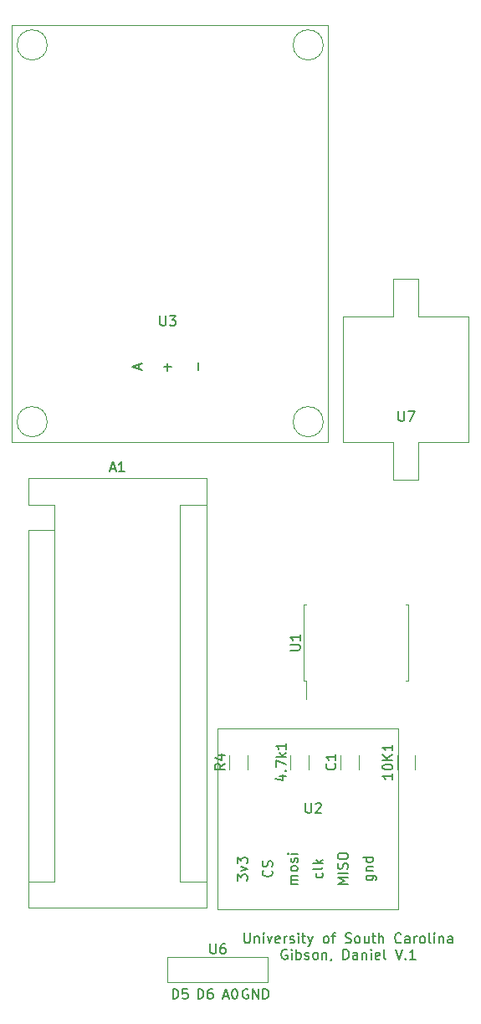
<source format=gbr>
%TF.GenerationSoftware,KiCad,Pcbnew,(5.1.10)-1*%
%TF.CreationDate,2021-09-08T13:12:46-04:00*%
%TF.ProjectId,Water_sensor,57617465-725f-4736-956e-736f722e6b69,rev?*%
%TF.SameCoordinates,Original*%
%TF.FileFunction,Legend,Top*%
%TF.FilePolarity,Positive*%
%FSLAX46Y46*%
G04 Gerber Fmt 4.6, Leading zero omitted, Abs format (unit mm)*
G04 Created by KiCad (PCBNEW (5.1.10)-1) date 2021-09-08 13:12:46*
%MOMM*%
%LPD*%
G01*
G04 APERTURE LIST*
%ADD10C,0.150000*%
%ADD11C,0.120000*%
G04 APERTURE END LIST*
D10*
X130954190Y-160171380D02*
X130954190Y-160980904D01*
X131001809Y-161076142D01*
X131049428Y-161123761D01*
X131144666Y-161171380D01*
X131335142Y-161171380D01*
X131430380Y-161123761D01*
X131478000Y-161076142D01*
X131525619Y-160980904D01*
X131525619Y-160171380D01*
X132001809Y-160504714D02*
X132001809Y-161171380D01*
X132001809Y-160599952D02*
X132049428Y-160552333D01*
X132144666Y-160504714D01*
X132287523Y-160504714D01*
X132382761Y-160552333D01*
X132430380Y-160647571D01*
X132430380Y-161171380D01*
X132906571Y-161171380D02*
X132906571Y-160504714D01*
X132906571Y-160171380D02*
X132858952Y-160219000D01*
X132906571Y-160266619D01*
X132954190Y-160219000D01*
X132906571Y-160171380D01*
X132906571Y-160266619D01*
X133287523Y-160504714D02*
X133525619Y-161171380D01*
X133763714Y-160504714D01*
X134525619Y-161123761D02*
X134430380Y-161171380D01*
X134239904Y-161171380D01*
X134144666Y-161123761D01*
X134097047Y-161028523D01*
X134097047Y-160647571D01*
X134144666Y-160552333D01*
X134239904Y-160504714D01*
X134430380Y-160504714D01*
X134525619Y-160552333D01*
X134573238Y-160647571D01*
X134573238Y-160742809D01*
X134097047Y-160838047D01*
X135001809Y-161171380D02*
X135001809Y-160504714D01*
X135001809Y-160695190D02*
X135049428Y-160599952D01*
X135097047Y-160552333D01*
X135192285Y-160504714D01*
X135287523Y-160504714D01*
X135573238Y-161123761D02*
X135668476Y-161171380D01*
X135858952Y-161171380D01*
X135954190Y-161123761D01*
X136001809Y-161028523D01*
X136001809Y-160980904D01*
X135954190Y-160885666D01*
X135858952Y-160838047D01*
X135716095Y-160838047D01*
X135620857Y-160790428D01*
X135573238Y-160695190D01*
X135573238Y-160647571D01*
X135620857Y-160552333D01*
X135716095Y-160504714D01*
X135858952Y-160504714D01*
X135954190Y-160552333D01*
X136430380Y-161171380D02*
X136430380Y-160504714D01*
X136430380Y-160171380D02*
X136382761Y-160219000D01*
X136430380Y-160266619D01*
X136478000Y-160219000D01*
X136430380Y-160171380D01*
X136430380Y-160266619D01*
X136763714Y-160504714D02*
X137144666Y-160504714D01*
X136906571Y-160171380D02*
X136906571Y-161028523D01*
X136954190Y-161123761D01*
X137049428Y-161171380D01*
X137144666Y-161171380D01*
X137382761Y-160504714D02*
X137620857Y-161171380D01*
X137858952Y-160504714D02*
X137620857Y-161171380D01*
X137525619Y-161409476D01*
X137478000Y-161457095D01*
X137382761Y-161504714D01*
X139144666Y-161171380D02*
X139049428Y-161123761D01*
X139001809Y-161076142D01*
X138954190Y-160980904D01*
X138954190Y-160695190D01*
X139001809Y-160599952D01*
X139049428Y-160552333D01*
X139144666Y-160504714D01*
X139287523Y-160504714D01*
X139382761Y-160552333D01*
X139430380Y-160599952D01*
X139478000Y-160695190D01*
X139478000Y-160980904D01*
X139430380Y-161076142D01*
X139382761Y-161123761D01*
X139287523Y-161171380D01*
X139144666Y-161171380D01*
X139763714Y-160504714D02*
X140144666Y-160504714D01*
X139906571Y-161171380D02*
X139906571Y-160314238D01*
X139954190Y-160219000D01*
X140049428Y-160171380D01*
X140144666Y-160171380D01*
X141192285Y-161123761D02*
X141335142Y-161171380D01*
X141573238Y-161171380D01*
X141668476Y-161123761D01*
X141716095Y-161076142D01*
X141763714Y-160980904D01*
X141763714Y-160885666D01*
X141716095Y-160790428D01*
X141668476Y-160742809D01*
X141573238Y-160695190D01*
X141382761Y-160647571D01*
X141287523Y-160599952D01*
X141239904Y-160552333D01*
X141192285Y-160457095D01*
X141192285Y-160361857D01*
X141239904Y-160266619D01*
X141287523Y-160219000D01*
X141382761Y-160171380D01*
X141620857Y-160171380D01*
X141763714Y-160219000D01*
X142335142Y-161171380D02*
X142239904Y-161123761D01*
X142192285Y-161076142D01*
X142144666Y-160980904D01*
X142144666Y-160695190D01*
X142192285Y-160599952D01*
X142239904Y-160552333D01*
X142335142Y-160504714D01*
X142478000Y-160504714D01*
X142573238Y-160552333D01*
X142620857Y-160599952D01*
X142668476Y-160695190D01*
X142668476Y-160980904D01*
X142620857Y-161076142D01*
X142573238Y-161123761D01*
X142478000Y-161171380D01*
X142335142Y-161171380D01*
X143525619Y-160504714D02*
X143525619Y-161171380D01*
X143097047Y-160504714D02*
X143097047Y-161028523D01*
X143144666Y-161123761D01*
X143239904Y-161171380D01*
X143382761Y-161171380D01*
X143478000Y-161123761D01*
X143525619Y-161076142D01*
X143858952Y-160504714D02*
X144239904Y-160504714D01*
X144001809Y-160171380D02*
X144001809Y-161028523D01*
X144049428Y-161123761D01*
X144144666Y-161171380D01*
X144239904Y-161171380D01*
X144573238Y-161171380D02*
X144573238Y-160171380D01*
X145001809Y-161171380D02*
X145001809Y-160647571D01*
X144954190Y-160552333D01*
X144858952Y-160504714D01*
X144716095Y-160504714D01*
X144620857Y-160552333D01*
X144573238Y-160599952D01*
X146811333Y-161076142D02*
X146763714Y-161123761D01*
X146620857Y-161171380D01*
X146525619Y-161171380D01*
X146382761Y-161123761D01*
X146287523Y-161028523D01*
X146239904Y-160933285D01*
X146192285Y-160742809D01*
X146192285Y-160599952D01*
X146239904Y-160409476D01*
X146287523Y-160314238D01*
X146382761Y-160219000D01*
X146525619Y-160171380D01*
X146620857Y-160171380D01*
X146763714Y-160219000D01*
X146811333Y-160266619D01*
X147668476Y-161171380D02*
X147668476Y-160647571D01*
X147620857Y-160552333D01*
X147525619Y-160504714D01*
X147335142Y-160504714D01*
X147239904Y-160552333D01*
X147668476Y-161123761D02*
X147573238Y-161171380D01*
X147335142Y-161171380D01*
X147239904Y-161123761D01*
X147192285Y-161028523D01*
X147192285Y-160933285D01*
X147239904Y-160838047D01*
X147335142Y-160790428D01*
X147573238Y-160790428D01*
X147668476Y-160742809D01*
X148144666Y-161171380D02*
X148144666Y-160504714D01*
X148144666Y-160695190D02*
X148192285Y-160599952D01*
X148239904Y-160552333D01*
X148335142Y-160504714D01*
X148430380Y-160504714D01*
X148906571Y-161171380D02*
X148811333Y-161123761D01*
X148763714Y-161076142D01*
X148716095Y-160980904D01*
X148716095Y-160695190D01*
X148763714Y-160599952D01*
X148811333Y-160552333D01*
X148906571Y-160504714D01*
X149049428Y-160504714D01*
X149144666Y-160552333D01*
X149192285Y-160599952D01*
X149239904Y-160695190D01*
X149239904Y-160980904D01*
X149192285Y-161076142D01*
X149144666Y-161123761D01*
X149049428Y-161171380D01*
X148906571Y-161171380D01*
X149811333Y-161171380D02*
X149716095Y-161123761D01*
X149668476Y-161028523D01*
X149668476Y-160171380D01*
X150192285Y-161171380D02*
X150192285Y-160504714D01*
X150192285Y-160171380D02*
X150144666Y-160219000D01*
X150192285Y-160266619D01*
X150239904Y-160219000D01*
X150192285Y-160171380D01*
X150192285Y-160266619D01*
X150668476Y-160504714D02*
X150668476Y-161171380D01*
X150668476Y-160599952D02*
X150716095Y-160552333D01*
X150811333Y-160504714D01*
X150954190Y-160504714D01*
X151049428Y-160552333D01*
X151097047Y-160647571D01*
X151097047Y-161171380D01*
X152001809Y-161171380D02*
X152001809Y-160647571D01*
X151954190Y-160552333D01*
X151858952Y-160504714D01*
X151668476Y-160504714D01*
X151573238Y-160552333D01*
X152001809Y-161123761D02*
X151906571Y-161171380D01*
X151668476Y-161171380D01*
X151573238Y-161123761D01*
X151525619Y-161028523D01*
X151525619Y-160933285D01*
X151573238Y-160838047D01*
X151668476Y-160790428D01*
X151906571Y-160790428D01*
X152001809Y-160742809D01*
X135263714Y-161869000D02*
X135168476Y-161821380D01*
X135025619Y-161821380D01*
X134882761Y-161869000D01*
X134787523Y-161964238D01*
X134739904Y-162059476D01*
X134692285Y-162249952D01*
X134692285Y-162392809D01*
X134739904Y-162583285D01*
X134787523Y-162678523D01*
X134882761Y-162773761D01*
X135025619Y-162821380D01*
X135120857Y-162821380D01*
X135263714Y-162773761D01*
X135311333Y-162726142D01*
X135311333Y-162392809D01*
X135120857Y-162392809D01*
X135739904Y-162821380D02*
X135739904Y-162154714D01*
X135739904Y-161821380D02*
X135692285Y-161869000D01*
X135739904Y-161916619D01*
X135787523Y-161869000D01*
X135739904Y-161821380D01*
X135739904Y-161916619D01*
X136216095Y-162821380D02*
X136216095Y-161821380D01*
X136216095Y-162202333D02*
X136311333Y-162154714D01*
X136501809Y-162154714D01*
X136597047Y-162202333D01*
X136644666Y-162249952D01*
X136692285Y-162345190D01*
X136692285Y-162630904D01*
X136644666Y-162726142D01*
X136597047Y-162773761D01*
X136501809Y-162821380D01*
X136311333Y-162821380D01*
X136216095Y-162773761D01*
X137073238Y-162773761D02*
X137168476Y-162821380D01*
X137358952Y-162821380D01*
X137454190Y-162773761D01*
X137501809Y-162678523D01*
X137501809Y-162630904D01*
X137454190Y-162535666D01*
X137358952Y-162488047D01*
X137216095Y-162488047D01*
X137120857Y-162440428D01*
X137073238Y-162345190D01*
X137073238Y-162297571D01*
X137120857Y-162202333D01*
X137216095Y-162154714D01*
X137358952Y-162154714D01*
X137454190Y-162202333D01*
X138073238Y-162821380D02*
X137978000Y-162773761D01*
X137930380Y-162726142D01*
X137882761Y-162630904D01*
X137882761Y-162345190D01*
X137930380Y-162249952D01*
X137978000Y-162202333D01*
X138073238Y-162154714D01*
X138216095Y-162154714D01*
X138311333Y-162202333D01*
X138358952Y-162249952D01*
X138406571Y-162345190D01*
X138406571Y-162630904D01*
X138358952Y-162726142D01*
X138311333Y-162773761D01*
X138216095Y-162821380D01*
X138073238Y-162821380D01*
X138835142Y-162154714D02*
X138835142Y-162821380D01*
X138835142Y-162249952D02*
X138882761Y-162202333D01*
X138978000Y-162154714D01*
X139120857Y-162154714D01*
X139216095Y-162202333D01*
X139263714Y-162297571D01*
X139263714Y-162821380D01*
X139787523Y-162773761D02*
X139787523Y-162821380D01*
X139739904Y-162916619D01*
X139692285Y-162964238D01*
X140978000Y-162821380D02*
X140978000Y-161821380D01*
X141216095Y-161821380D01*
X141358952Y-161869000D01*
X141454190Y-161964238D01*
X141501809Y-162059476D01*
X141549428Y-162249952D01*
X141549428Y-162392809D01*
X141501809Y-162583285D01*
X141454190Y-162678523D01*
X141358952Y-162773761D01*
X141216095Y-162821380D01*
X140978000Y-162821380D01*
X142406571Y-162821380D02*
X142406571Y-162297571D01*
X142358952Y-162202333D01*
X142263714Y-162154714D01*
X142073238Y-162154714D01*
X141978000Y-162202333D01*
X142406571Y-162773761D02*
X142311333Y-162821380D01*
X142073238Y-162821380D01*
X141978000Y-162773761D01*
X141930380Y-162678523D01*
X141930380Y-162583285D01*
X141978000Y-162488047D01*
X142073238Y-162440428D01*
X142311333Y-162440428D01*
X142406571Y-162392809D01*
X142882761Y-162154714D02*
X142882761Y-162821380D01*
X142882761Y-162249952D02*
X142930380Y-162202333D01*
X143025619Y-162154714D01*
X143168476Y-162154714D01*
X143263714Y-162202333D01*
X143311333Y-162297571D01*
X143311333Y-162821380D01*
X143787523Y-162821380D02*
X143787523Y-162154714D01*
X143787523Y-161821380D02*
X143739904Y-161869000D01*
X143787523Y-161916619D01*
X143835142Y-161869000D01*
X143787523Y-161821380D01*
X143787523Y-161916619D01*
X144644666Y-162773761D02*
X144549428Y-162821380D01*
X144358952Y-162821380D01*
X144263714Y-162773761D01*
X144216095Y-162678523D01*
X144216095Y-162297571D01*
X144263714Y-162202333D01*
X144358952Y-162154714D01*
X144549428Y-162154714D01*
X144644666Y-162202333D01*
X144692285Y-162297571D01*
X144692285Y-162392809D01*
X144216095Y-162488047D01*
X145263714Y-162821380D02*
X145168476Y-162773761D01*
X145120857Y-162678523D01*
X145120857Y-161821380D01*
X146263714Y-161821380D02*
X146597047Y-162821380D01*
X146930380Y-161821380D01*
X147263714Y-162726142D02*
X147311333Y-162773761D01*
X147263714Y-162821380D01*
X147216095Y-162773761D01*
X147263714Y-162726142D01*
X147263714Y-162821380D01*
X148263714Y-162821380D02*
X147692285Y-162821380D01*
X147978000Y-162821380D02*
X147978000Y-161821380D01*
X147882761Y-161964238D01*
X147787523Y-162059476D01*
X147692285Y-162107095D01*
D11*
%TO.C,10K1*%
X146410000Y-143602064D02*
X146410000Y-142147936D01*
X148230000Y-143602064D02*
X148230000Y-142147936D01*
%TO.C,4.7k1*%
X137435000Y-143602064D02*
X137435000Y-142147936D01*
X135615000Y-143602064D02*
X135615000Y-142147936D01*
%TO.C,A1*%
X127130000Y-114170000D02*
X109090000Y-114170000D01*
X127130000Y-157610000D02*
X127130000Y-114170000D01*
X109090000Y-157610000D02*
X127130000Y-157610000D01*
X111760000Y-154940000D02*
X109090000Y-154940000D01*
X111760000Y-119380000D02*
X111760000Y-154940000D01*
X111760000Y-119380000D02*
X109090000Y-119380000D01*
X124460000Y-154940000D02*
X127130000Y-154940000D01*
X124460000Y-116840000D02*
X124460000Y-154940000D01*
X124460000Y-116840000D02*
X127130000Y-116840000D01*
X109090000Y-114170000D02*
X109090000Y-116840000D01*
X109090000Y-119380000D02*
X109090000Y-157610000D01*
X111760000Y-116840000D02*
X109090000Y-116840000D01*
X111760000Y-119380000D02*
X111760000Y-116840000D01*
%TO.C,C1*%
X142515000Y-143586252D02*
X142515000Y-142163748D01*
X140695000Y-143586252D02*
X140695000Y-142163748D01*
%TO.C,R4*%
X131277500Y-143602064D02*
X131277500Y-142147936D01*
X129457500Y-143602064D02*
X129457500Y-142147936D01*
%TO.C,U1*%
X137235000Y-134670000D02*
X137235000Y-136485000D01*
X136980000Y-134670000D02*
X137235000Y-134670000D01*
X136980000Y-130810000D02*
X136980000Y-134670000D01*
X136980000Y-126950000D02*
X137235000Y-126950000D01*
X136980000Y-130810000D02*
X136980000Y-126950000D01*
X147500000Y-134670000D02*
X147245000Y-134670000D01*
X147500000Y-130810000D02*
X147500000Y-134670000D01*
X147500000Y-126950000D02*
X147245000Y-126950000D01*
X147500000Y-130810000D02*
X147500000Y-126950000D01*
%TO.C,U2*%
X146558000Y-139446000D02*
X146558000Y-157734000D01*
X128270000Y-139446000D02*
X146558000Y-139446000D01*
X128270000Y-139446000D02*
X128270000Y-157734000D01*
X146558000Y-157734000D02*
X128270000Y-157734000D01*
%TO.C,U3*%
X107442000Y-110490000D02*
X107950000Y-110490000D01*
X107442000Y-68326000D02*
X107442000Y-110490000D01*
X139446000Y-110490000D02*
X139446000Y-107950000D01*
X139446000Y-110490000D02*
X136906000Y-110490000D01*
X123190000Y-110490000D02*
X139446000Y-110490000D01*
X139446000Y-110490000D02*
X139446000Y-68326000D01*
X139446000Y-68326000D02*
X107442000Y-68326000D01*
X107950000Y-110490000D02*
X123190000Y-110490000D01*
X107442000Y-110490000D02*
X109474000Y-110490000D01*
X110998000Y-108458000D02*
G75*
G03*
X110998000Y-108458000I-1524000J0D01*
G01*
X138938000Y-108458000D02*
G75*
G03*
X138938000Y-108458000I-1524000J0D01*
G01*
X110998000Y-70358000D02*
G75*
G03*
X110998000Y-70358000I-1524000J0D01*
G01*
X138938000Y-70358000D02*
G75*
G03*
X138938000Y-70358000I-1524000J0D01*
G01*
%TO.C,U6*%
X123190000Y-165100000D02*
X123190000Y-162560000D01*
X133350000Y-165100000D02*
X123190000Y-165100000D01*
X133350000Y-162560000D02*
X133350000Y-165100000D01*
X123190000Y-162560000D02*
X133350000Y-162560000D01*
%TO.C,U7*%
X148590000Y-97790000D02*
X153670000Y-97790000D01*
X140970000Y-97790000D02*
X146050000Y-97790000D01*
X146050000Y-93980000D02*
X146050000Y-97790000D01*
X148590000Y-93980000D02*
X146050000Y-93980000D01*
X148590000Y-97790000D02*
X148590000Y-93980000D01*
X148590000Y-110490000D02*
X153670000Y-110490000D01*
X140970000Y-110490000D02*
X146050000Y-110490000D01*
X146050000Y-114300000D02*
X146050000Y-110490000D01*
X147320000Y-114300000D02*
X146050000Y-114300000D01*
X148590000Y-114300000D02*
X148590000Y-110490000D01*
X147320000Y-114300000D02*
X148590000Y-114300000D01*
X153670000Y-97790000D02*
X153670000Y-110490000D01*
X140970000Y-110490000D02*
X140970000Y-97790000D01*
%TO.C,10K1*%
D10*
X145952380Y-144041666D02*
X145952380Y-144613095D01*
X145952380Y-144327380D02*
X144952380Y-144327380D01*
X145095238Y-144422619D01*
X145190476Y-144517857D01*
X145238095Y-144613095D01*
X144952380Y-143422619D02*
X144952380Y-143327380D01*
X145000000Y-143232142D01*
X145047619Y-143184523D01*
X145142857Y-143136904D01*
X145333333Y-143089285D01*
X145571428Y-143089285D01*
X145761904Y-143136904D01*
X145857142Y-143184523D01*
X145904761Y-143232142D01*
X145952380Y-143327380D01*
X145952380Y-143422619D01*
X145904761Y-143517857D01*
X145857142Y-143565476D01*
X145761904Y-143613095D01*
X145571428Y-143660714D01*
X145333333Y-143660714D01*
X145142857Y-143613095D01*
X145047619Y-143565476D01*
X145000000Y-143517857D01*
X144952380Y-143422619D01*
X145952380Y-142660714D02*
X144952380Y-142660714D01*
X145952380Y-142089285D02*
X145380952Y-142517857D01*
X144952380Y-142089285D02*
X145523809Y-142660714D01*
X145952380Y-141136904D02*
X145952380Y-141708333D01*
X145952380Y-141422619D02*
X144952380Y-141422619D01*
X145095238Y-141517857D01*
X145190476Y-141613095D01*
X145238095Y-141708333D01*
%TO.C,4.7k1*%
X134490714Y-144279761D02*
X135157380Y-144279761D01*
X134109761Y-144517857D02*
X134824047Y-144755952D01*
X134824047Y-144136904D01*
X135062142Y-143755952D02*
X135109761Y-143708333D01*
X135157380Y-143755952D01*
X135109761Y-143803571D01*
X135062142Y-143755952D01*
X135157380Y-143755952D01*
X134157380Y-143375000D02*
X134157380Y-142708333D01*
X135157380Y-143136904D01*
X135157380Y-142327380D02*
X134157380Y-142327380D01*
X134776428Y-142232142D02*
X135157380Y-141946428D01*
X134490714Y-141946428D02*
X134871666Y-142327380D01*
X135157380Y-140994047D02*
X135157380Y-141565476D01*
X135157380Y-141279761D02*
X134157380Y-141279761D01*
X134300238Y-141375000D01*
X134395476Y-141470238D01*
X134443095Y-141565476D01*
%TO.C,A1*%
X117395714Y-113196666D02*
X117871904Y-113196666D01*
X117300476Y-113482380D02*
X117633809Y-112482380D01*
X117967142Y-113482380D01*
X118824285Y-113482380D02*
X118252857Y-113482380D01*
X118538571Y-113482380D02*
X118538571Y-112482380D01*
X118443333Y-112625238D01*
X118348095Y-112720476D01*
X118252857Y-112768095D01*
%TO.C,C1*%
X140112142Y-143041666D02*
X140159761Y-143089285D01*
X140207380Y-143232142D01*
X140207380Y-143327380D01*
X140159761Y-143470238D01*
X140064523Y-143565476D01*
X139969285Y-143613095D01*
X139778809Y-143660714D01*
X139635952Y-143660714D01*
X139445476Y-143613095D01*
X139350238Y-143565476D01*
X139255000Y-143470238D01*
X139207380Y-143327380D01*
X139207380Y-143232142D01*
X139255000Y-143089285D01*
X139302619Y-143041666D01*
X140207380Y-142089285D02*
X140207380Y-142660714D01*
X140207380Y-142375000D02*
X139207380Y-142375000D01*
X139350238Y-142470238D01*
X139445476Y-142565476D01*
X139493095Y-142660714D01*
%TO.C,R4*%
X128999880Y-143041666D02*
X128523690Y-143375000D01*
X128999880Y-143613095D02*
X127999880Y-143613095D01*
X127999880Y-143232142D01*
X128047500Y-143136904D01*
X128095119Y-143089285D01*
X128190357Y-143041666D01*
X128333214Y-143041666D01*
X128428452Y-143089285D01*
X128476071Y-143136904D01*
X128523690Y-143232142D01*
X128523690Y-143613095D01*
X128333214Y-142184523D02*
X128999880Y-142184523D01*
X127952261Y-142422619D02*
X128666547Y-142660714D01*
X128666547Y-142041666D01*
%TO.C,U1*%
X135592380Y-131571904D02*
X136401904Y-131571904D01*
X136497142Y-131524285D01*
X136544761Y-131476666D01*
X136592380Y-131381428D01*
X136592380Y-131190952D01*
X136544761Y-131095714D01*
X136497142Y-131048095D01*
X136401904Y-131000476D01*
X135592380Y-131000476D01*
X136592380Y-130000476D02*
X136592380Y-130571904D01*
X136592380Y-130286190D02*
X135592380Y-130286190D01*
X135735238Y-130381428D01*
X135830476Y-130476666D01*
X135878095Y-130571904D01*
%TO.C,U2*%
X137160095Y-147018380D02*
X137160095Y-147827904D01*
X137207714Y-147923142D01*
X137255333Y-147970761D01*
X137350571Y-148018380D01*
X137541047Y-148018380D01*
X137636285Y-147970761D01*
X137683904Y-147923142D01*
X137731523Y-147827904D01*
X137731523Y-147018380D01*
X138160095Y-147113619D02*
X138207714Y-147066000D01*
X138302952Y-147018380D01*
X138541047Y-147018380D01*
X138636285Y-147066000D01*
X138683904Y-147113619D01*
X138731523Y-147208857D01*
X138731523Y-147304095D01*
X138683904Y-147446952D01*
X138112476Y-148018380D01*
X138731523Y-148018380D01*
X130262380Y-154860476D02*
X130262380Y-154241428D01*
X130643333Y-154574761D01*
X130643333Y-154431904D01*
X130690952Y-154336666D01*
X130738571Y-154289047D01*
X130833809Y-154241428D01*
X131071904Y-154241428D01*
X131167142Y-154289047D01*
X131214761Y-154336666D01*
X131262380Y-154431904D01*
X131262380Y-154717619D01*
X131214761Y-154812857D01*
X131167142Y-154860476D01*
X130595714Y-153908095D02*
X131262380Y-153670000D01*
X130595714Y-153431904D01*
X130262380Y-153146190D02*
X130262380Y-152527142D01*
X130643333Y-152860476D01*
X130643333Y-152717619D01*
X130690952Y-152622380D01*
X130738571Y-152574761D01*
X130833809Y-152527142D01*
X131071904Y-152527142D01*
X131167142Y-152574761D01*
X131214761Y-152622380D01*
X131262380Y-152717619D01*
X131262380Y-153003333D01*
X131214761Y-153098571D01*
X131167142Y-153146190D01*
X133707142Y-153836666D02*
X133754761Y-153884285D01*
X133802380Y-154027142D01*
X133802380Y-154122380D01*
X133754761Y-154265238D01*
X133659523Y-154360476D01*
X133564285Y-154408095D01*
X133373809Y-154455714D01*
X133230952Y-154455714D01*
X133040476Y-154408095D01*
X132945238Y-154360476D01*
X132850000Y-154265238D01*
X132802380Y-154122380D01*
X132802380Y-154027142D01*
X132850000Y-153884285D01*
X132897619Y-153836666D01*
X133754761Y-153455714D02*
X133802380Y-153312857D01*
X133802380Y-153074761D01*
X133754761Y-152979523D01*
X133707142Y-152931904D01*
X133611904Y-152884285D01*
X133516666Y-152884285D01*
X133421428Y-152931904D01*
X133373809Y-152979523D01*
X133326190Y-153074761D01*
X133278571Y-153265238D01*
X133230952Y-153360476D01*
X133183333Y-153408095D01*
X133088095Y-153455714D01*
X132992857Y-153455714D01*
X132897619Y-153408095D01*
X132850000Y-153360476D01*
X132802380Y-153265238D01*
X132802380Y-153027142D01*
X132850000Y-152884285D01*
X136342380Y-155193809D02*
X135675714Y-155193809D01*
X135770952Y-155193809D02*
X135723333Y-155146190D01*
X135675714Y-155050952D01*
X135675714Y-154908095D01*
X135723333Y-154812857D01*
X135818571Y-154765238D01*
X136342380Y-154765238D01*
X135818571Y-154765238D02*
X135723333Y-154717619D01*
X135675714Y-154622380D01*
X135675714Y-154479523D01*
X135723333Y-154384285D01*
X135818571Y-154336666D01*
X136342380Y-154336666D01*
X136342380Y-153717619D02*
X136294761Y-153812857D01*
X136247142Y-153860476D01*
X136151904Y-153908095D01*
X135866190Y-153908095D01*
X135770952Y-153860476D01*
X135723333Y-153812857D01*
X135675714Y-153717619D01*
X135675714Y-153574761D01*
X135723333Y-153479523D01*
X135770952Y-153431904D01*
X135866190Y-153384285D01*
X136151904Y-153384285D01*
X136247142Y-153431904D01*
X136294761Y-153479523D01*
X136342380Y-153574761D01*
X136342380Y-153717619D01*
X136294761Y-153003333D02*
X136342380Y-152908095D01*
X136342380Y-152717619D01*
X136294761Y-152622380D01*
X136199523Y-152574761D01*
X136151904Y-152574761D01*
X136056666Y-152622380D01*
X136009047Y-152717619D01*
X136009047Y-152860476D01*
X135961428Y-152955714D01*
X135866190Y-153003333D01*
X135818571Y-153003333D01*
X135723333Y-152955714D01*
X135675714Y-152860476D01*
X135675714Y-152717619D01*
X135723333Y-152622380D01*
X136342380Y-152146190D02*
X135675714Y-152146190D01*
X135342380Y-152146190D02*
X135390000Y-152193809D01*
X135437619Y-152146190D01*
X135390000Y-152098571D01*
X135342380Y-152146190D01*
X135437619Y-152146190D01*
X138834761Y-154098571D02*
X138882380Y-154193809D01*
X138882380Y-154384285D01*
X138834761Y-154479523D01*
X138787142Y-154527142D01*
X138691904Y-154574761D01*
X138406190Y-154574761D01*
X138310952Y-154527142D01*
X138263333Y-154479523D01*
X138215714Y-154384285D01*
X138215714Y-154193809D01*
X138263333Y-154098571D01*
X138882380Y-153527142D02*
X138834761Y-153622380D01*
X138739523Y-153670000D01*
X137882380Y-153670000D01*
X138882380Y-153146190D02*
X137882380Y-153146190D01*
X138501428Y-153050952D02*
X138882380Y-152765238D01*
X138215714Y-152765238D02*
X138596666Y-153146190D01*
X141422380Y-155241428D02*
X140422380Y-155241428D01*
X141136666Y-154908095D01*
X140422380Y-154574761D01*
X141422380Y-154574761D01*
X141422380Y-154098571D02*
X140422380Y-154098571D01*
X141374761Y-153670000D02*
X141422380Y-153527142D01*
X141422380Y-153289047D01*
X141374761Y-153193809D01*
X141327142Y-153146190D01*
X141231904Y-153098571D01*
X141136666Y-153098571D01*
X141041428Y-153146190D01*
X140993809Y-153193809D01*
X140946190Y-153289047D01*
X140898571Y-153479523D01*
X140850952Y-153574761D01*
X140803333Y-153622380D01*
X140708095Y-153670000D01*
X140612857Y-153670000D01*
X140517619Y-153622380D01*
X140470000Y-153574761D01*
X140422380Y-153479523D01*
X140422380Y-153241428D01*
X140470000Y-153098571D01*
X140422380Y-152479523D02*
X140422380Y-152289047D01*
X140470000Y-152193809D01*
X140565238Y-152098571D01*
X140755714Y-152050952D01*
X141089047Y-152050952D01*
X141279523Y-152098571D01*
X141374761Y-152193809D01*
X141422380Y-152289047D01*
X141422380Y-152479523D01*
X141374761Y-152574761D01*
X141279523Y-152670000D01*
X141089047Y-152717619D01*
X140755714Y-152717619D01*
X140565238Y-152670000D01*
X140470000Y-152574761D01*
X140422380Y-152479523D01*
X143295714Y-154360476D02*
X144105238Y-154360476D01*
X144200476Y-154408095D01*
X144248095Y-154455714D01*
X144295714Y-154550952D01*
X144295714Y-154693809D01*
X144248095Y-154789047D01*
X143914761Y-154360476D02*
X143962380Y-154455714D01*
X143962380Y-154646190D01*
X143914761Y-154741428D01*
X143867142Y-154789047D01*
X143771904Y-154836666D01*
X143486190Y-154836666D01*
X143390952Y-154789047D01*
X143343333Y-154741428D01*
X143295714Y-154646190D01*
X143295714Y-154455714D01*
X143343333Y-154360476D01*
X143295714Y-153884285D02*
X143962380Y-153884285D01*
X143390952Y-153884285D02*
X143343333Y-153836666D01*
X143295714Y-153741428D01*
X143295714Y-153598571D01*
X143343333Y-153503333D01*
X143438571Y-153455714D01*
X143962380Y-153455714D01*
X143962380Y-152550952D02*
X142962380Y-152550952D01*
X143914761Y-152550952D02*
X143962380Y-152646190D01*
X143962380Y-152836666D01*
X143914761Y-152931904D01*
X143867142Y-152979523D01*
X143771904Y-153027142D01*
X143486190Y-153027142D01*
X143390952Y-152979523D01*
X143343333Y-152931904D01*
X143295714Y-152836666D01*
X143295714Y-152646190D01*
X143343333Y-152550952D01*
%TO.C,U3*%
X122428095Y-97742380D02*
X122428095Y-98551904D01*
X122475714Y-98647142D01*
X122523333Y-98694761D01*
X122618571Y-98742380D01*
X122809047Y-98742380D01*
X122904285Y-98694761D01*
X122951904Y-98647142D01*
X122999523Y-98551904D01*
X122999523Y-97742380D01*
X123380476Y-97742380D02*
X123999523Y-97742380D01*
X123666190Y-98123333D01*
X123809047Y-98123333D01*
X123904285Y-98170952D01*
X123951904Y-98218571D01*
X123999523Y-98313809D01*
X123999523Y-98551904D01*
X123951904Y-98647142D01*
X123904285Y-98694761D01*
X123809047Y-98742380D01*
X123523333Y-98742380D01*
X123428095Y-98694761D01*
X123380476Y-98647142D01*
X120308666Y-103108095D02*
X120308666Y-102631904D01*
X120594380Y-103203333D02*
X119594380Y-102870000D01*
X120594380Y-102536666D01*
X122809047Y-102941428D02*
X123570952Y-102941428D01*
X123190000Y-103322380D02*
X123190000Y-102560476D01*
X126309428Y-103250952D02*
X126309428Y-102489047D01*
%TO.C,U6*%
X127508095Y-161242380D02*
X127508095Y-162051904D01*
X127555714Y-162147142D01*
X127603333Y-162194761D01*
X127698571Y-162242380D01*
X127889047Y-162242380D01*
X127984285Y-162194761D01*
X128031904Y-162147142D01*
X128079523Y-162051904D01*
X128079523Y-161242380D01*
X128984285Y-161242380D02*
X128793809Y-161242380D01*
X128698571Y-161290000D01*
X128650952Y-161337619D01*
X128555714Y-161480476D01*
X128508095Y-161670952D01*
X128508095Y-162051904D01*
X128555714Y-162147142D01*
X128603333Y-162194761D01*
X128698571Y-162242380D01*
X128889047Y-162242380D01*
X128984285Y-162194761D01*
X129031904Y-162147142D01*
X129079523Y-162051904D01*
X129079523Y-161813809D01*
X129031904Y-161718571D01*
X128984285Y-161670952D01*
X128889047Y-161623333D01*
X128698571Y-161623333D01*
X128603333Y-161670952D01*
X128555714Y-161718571D01*
X128508095Y-161813809D01*
X123721904Y-166822380D02*
X123721904Y-165822380D01*
X123960000Y-165822380D01*
X124102857Y-165870000D01*
X124198095Y-165965238D01*
X124245714Y-166060476D01*
X124293333Y-166250952D01*
X124293333Y-166393809D01*
X124245714Y-166584285D01*
X124198095Y-166679523D01*
X124102857Y-166774761D01*
X123960000Y-166822380D01*
X123721904Y-166822380D01*
X125198095Y-165822380D02*
X124721904Y-165822380D01*
X124674285Y-166298571D01*
X124721904Y-166250952D01*
X124817142Y-166203333D01*
X125055238Y-166203333D01*
X125150476Y-166250952D01*
X125198095Y-166298571D01*
X125245714Y-166393809D01*
X125245714Y-166631904D01*
X125198095Y-166727142D01*
X125150476Y-166774761D01*
X125055238Y-166822380D01*
X124817142Y-166822380D01*
X124721904Y-166774761D01*
X124674285Y-166727142D01*
X126261904Y-166822380D02*
X126261904Y-165822380D01*
X126500000Y-165822380D01*
X126642857Y-165870000D01*
X126738095Y-165965238D01*
X126785714Y-166060476D01*
X126833333Y-166250952D01*
X126833333Y-166393809D01*
X126785714Y-166584285D01*
X126738095Y-166679523D01*
X126642857Y-166774761D01*
X126500000Y-166822380D01*
X126261904Y-166822380D01*
X127690476Y-165822380D02*
X127500000Y-165822380D01*
X127404761Y-165870000D01*
X127357142Y-165917619D01*
X127261904Y-166060476D01*
X127214285Y-166250952D01*
X127214285Y-166631904D01*
X127261904Y-166727142D01*
X127309523Y-166774761D01*
X127404761Y-166822380D01*
X127595238Y-166822380D01*
X127690476Y-166774761D01*
X127738095Y-166727142D01*
X127785714Y-166631904D01*
X127785714Y-166393809D01*
X127738095Y-166298571D01*
X127690476Y-166250952D01*
X127595238Y-166203333D01*
X127404761Y-166203333D01*
X127309523Y-166250952D01*
X127261904Y-166298571D01*
X127214285Y-166393809D01*
X128825714Y-166536666D02*
X129301904Y-166536666D01*
X128730476Y-166822380D02*
X129063809Y-165822380D01*
X129397142Y-166822380D01*
X129920952Y-165822380D02*
X130016190Y-165822380D01*
X130111428Y-165870000D01*
X130159047Y-165917619D01*
X130206666Y-166012857D01*
X130254285Y-166203333D01*
X130254285Y-166441428D01*
X130206666Y-166631904D01*
X130159047Y-166727142D01*
X130111428Y-166774761D01*
X130016190Y-166822380D01*
X129920952Y-166822380D01*
X129825714Y-166774761D01*
X129778095Y-166727142D01*
X129730476Y-166631904D01*
X129682857Y-166441428D01*
X129682857Y-166203333D01*
X129730476Y-166012857D01*
X129778095Y-165917619D01*
X129825714Y-165870000D01*
X129920952Y-165822380D01*
X131318095Y-165870000D02*
X131222857Y-165822380D01*
X131080000Y-165822380D01*
X130937142Y-165870000D01*
X130841904Y-165965238D01*
X130794285Y-166060476D01*
X130746666Y-166250952D01*
X130746666Y-166393809D01*
X130794285Y-166584285D01*
X130841904Y-166679523D01*
X130937142Y-166774761D01*
X131080000Y-166822380D01*
X131175238Y-166822380D01*
X131318095Y-166774761D01*
X131365714Y-166727142D01*
X131365714Y-166393809D01*
X131175238Y-166393809D01*
X131794285Y-166822380D02*
X131794285Y-165822380D01*
X132365714Y-166822380D01*
X132365714Y-165822380D01*
X132841904Y-166822380D02*
X132841904Y-165822380D01*
X133080000Y-165822380D01*
X133222857Y-165870000D01*
X133318095Y-165965238D01*
X133365714Y-166060476D01*
X133413333Y-166250952D01*
X133413333Y-166393809D01*
X133365714Y-166584285D01*
X133318095Y-166679523D01*
X133222857Y-166774761D01*
X133080000Y-166822380D01*
X132841904Y-166822380D01*
%TO.C,U7*%
X146558095Y-107402380D02*
X146558095Y-108211904D01*
X146605714Y-108307142D01*
X146653333Y-108354761D01*
X146748571Y-108402380D01*
X146939047Y-108402380D01*
X147034285Y-108354761D01*
X147081904Y-108307142D01*
X147129523Y-108211904D01*
X147129523Y-107402380D01*
X147510476Y-107402380D02*
X148177142Y-107402380D01*
X147748571Y-108402380D01*
%TD*%
M02*

</source>
